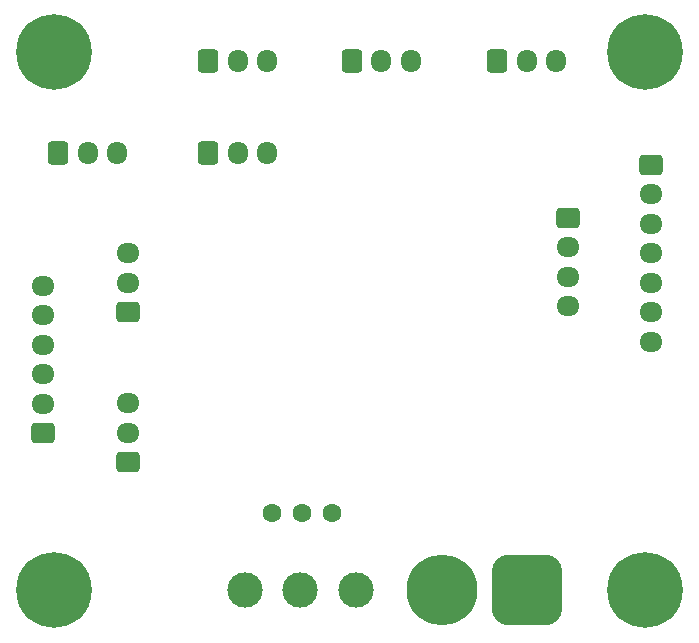
<source format=gbr>
%TF.GenerationSoftware,KiCad,Pcbnew,9.0.0-9.0.0-2~ubuntu22.04.1*%
%TF.CreationDate,2025-03-23T14:41:50+01:00*%
%TF.ProjectId,PCB_main_unit,5043425f-6d61-4696-9e5f-756e69742e6b,rev?*%
%TF.SameCoordinates,Original*%
%TF.FileFunction,Soldermask,Bot*%
%TF.FilePolarity,Negative*%
%FSLAX46Y46*%
G04 Gerber Fmt 4.6, Leading zero omitted, Abs format (unit mm)*
G04 Created by KiCad (PCBNEW 9.0.0-9.0.0-2~ubuntu22.04.1) date 2025-03-23 14:41:50*
%MOMM*%
%LPD*%
G01*
G04 APERTURE LIST*
G04 Aperture macros list*
%AMRoundRect*
0 Rectangle with rounded corners*
0 $1 Rounding radius*
0 $2 $3 $4 $5 $6 $7 $8 $9 X,Y pos of 4 corners*
0 Add a 4 corners polygon primitive as box body*
4,1,4,$2,$3,$4,$5,$6,$7,$8,$9,$2,$3,0*
0 Add four circle primitives for the rounded corners*
1,1,$1+$1,$2,$3*
1,1,$1+$1,$4,$5*
1,1,$1+$1,$6,$7*
1,1,$1+$1,$8,$9*
0 Add four rect primitives between the rounded corners*
20,1,$1+$1,$2,$3,$4,$5,0*
20,1,$1+$1,$4,$5,$6,$7,0*
20,1,$1+$1,$6,$7,$8,$9,0*
20,1,$1+$1,$8,$9,$2,$3,0*%
G04 Aperture macros list end*
%ADD10C,0.800000*%
%ADD11C,6.400000*%
%ADD12RoundRect,0.250000X-0.600000X-0.725000X0.600000X-0.725000X0.600000X0.725000X-0.600000X0.725000X0*%
%ADD13O,1.700000X1.950000*%
%ADD14RoundRect,0.250000X0.725000X-0.600000X0.725000X0.600000X-0.725000X0.600000X-0.725000X-0.600000X0*%
%ADD15O,1.950000X1.700000*%
%ADD16RoundRect,1.500000X1.500000X1.500000X-1.500000X1.500000X-1.500000X-1.500000X1.500000X-1.500000X0*%
%ADD17C,6.000000*%
%ADD18C,3.000000*%
%ADD19RoundRect,0.250000X-0.725000X0.600000X-0.725000X-0.600000X0.725000X-0.600000X0.725000X0.600000X0*%
%ADD20C,1.600000*%
G04 APERTURE END LIST*
D10*
%TO.C,H2*%
X170600000Y-132000000D03*
X171302944Y-130302944D03*
X171302944Y-133697056D03*
X173000000Y-129600000D03*
D11*
X173000000Y-132000000D03*
D10*
X173000000Y-134400000D03*
X174697056Y-130302944D03*
X174697056Y-133697056D03*
X175400000Y-132000000D03*
%TD*%
D12*
%TO.C,J1*%
X160500000Y-87200000D03*
D13*
X163000000Y-87200000D03*
X165500000Y-87200000D03*
%TD*%
D14*
%TO.C,J11*%
X129200000Y-108500000D03*
D15*
X129200000Y-106000000D03*
X129200000Y-103500000D03*
%TD*%
D10*
%TO.C,H4*%
X120600000Y-86500000D03*
X121302944Y-84802944D03*
X121302944Y-88197056D03*
X123000000Y-84100000D03*
D11*
X123000000Y-86500000D03*
D10*
X123000000Y-88900000D03*
X124697056Y-84802944D03*
X124697056Y-88197056D03*
X125400000Y-86500000D03*
%TD*%
D12*
%TO.C,J5*%
X123300000Y-95000000D03*
D13*
X125800000Y-95000000D03*
X128300000Y-95000000D03*
%TD*%
D12*
%TO.C,J4*%
X136000000Y-95050000D03*
D13*
X138500000Y-95050000D03*
X141000000Y-95050000D03*
%TD*%
D14*
%TO.C,J10*%
X129200000Y-121200000D03*
D15*
X129200000Y-118700000D03*
X129200000Y-116200000D03*
%TD*%
D10*
%TO.C,H1*%
X170600000Y-86500000D03*
X171302944Y-84802944D03*
X171302944Y-88197056D03*
X173000000Y-84100000D03*
D11*
X173000000Y-86500000D03*
D10*
X173000000Y-88900000D03*
X174697056Y-84802944D03*
X174697056Y-88197056D03*
X175400000Y-86500000D03*
%TD*%
D16*
%TO.C,J16*%
X163000000Y-132000000D03*
D17*
X155800000Y-132000000D03*
%TD*%
D14*
%TO.C,J9*%
X122000000Y-118750000D03*
D15*
X122000000Y-116250000D03*
X122000000Y-113750000D03*
X122000000Y-111250000D03*
X122000000Y-108750000D03*
X122000000Y-106250000D03*
%TD*%
D12*
%TO.C,J3*%
X136000000Y-87200000D03*
D13*
X138500000Y-87200000D03*
X141000000Y-87200000D03*
%TD*%
D10*
%TO.C,H3*%
X120600000Y-132000000D03*
X121302944Y-130302944D03*
X121302944Y-133697056D03*
X123000000Y-129600000D03*
D11*
X123000000Y-132000000D03*
D10*
X123000000Y-134400000D03*
X124697056Y-130302944D03*
X124697056Y-133697056D03*
X125400000Y-132000000D03*
%TD*%
D18*
%TO.C,SW1*%
X139100000Y-132000000D03*
X143800000Y-132000000D03*
X148500000Y-132000000D03*
%TD*%
D19*
%TO.C,J13*%
X173500000Y-96000000D03*
D15*
X173500000Y-98500000D03*
X173500000Y-101000000D03*
X173500000Y-103500000D03*
X173500000Y-106000000D03*
X173500000Y-108500000D03*
X173500000Y-111000000D03*
%TD*%
D12*
%TO.C,J2*%
X148162500Y-87200000D03*
D13*
X150662500Y-87200000D03*
X153162500Y-87200000D03*
%TD*%
D19*
%TO.C,J12*%
X166500000Y-100500000D03*
D15*
X166500000Y-103000000D03*
X166500000Y-105500000D03*
X166500000Y-108000000D03*
%TD*%
D20*
%TO.C,U1*%
X141400000Y-125500000D03*
X143940000Y-125500000D03*
X146480000Y-125500000D03*
%TD*%
M02*

</source>
